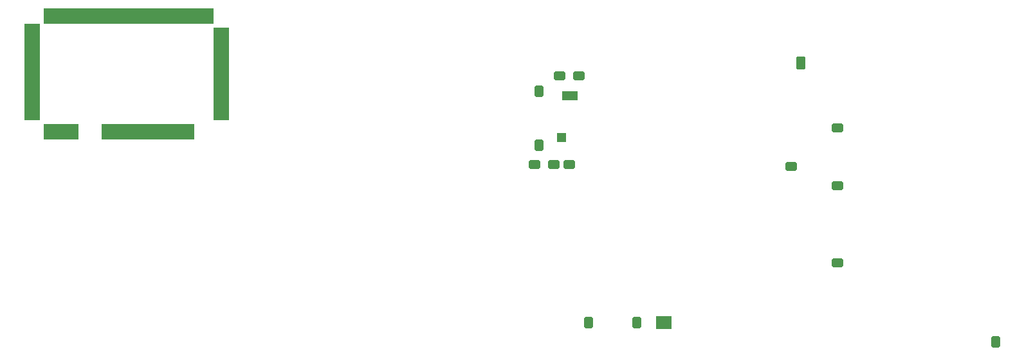
<source format=gbr>
%TF.GenerationSoftware,KiCad,Pcbnew,7.0.1*%
%TF.CreationDate,2023-03-16T09:25:58+01:00*%
%TF.ProjectId,Muons_SIPM_V2,4d756f6e-735f-4534-9950-4d5f56322e6b,rev?*%
%TF.SameCoordinates,PXc54b534PY8c10c98*%
%TF.FileFunction,Paste,Top*%
%TF.FilePolarity,Positive*%
%FSLAX46Y46*%
G04 Gerber Fmt 4.6, Leading zero omitted, Abs format (unit mm)*
G04 Created by KiCad (PCBNEW 7.0.1) date 2023-03-16 09:25:58*
%MOMM*%
%LPD*%
G01*
G04 APERTURE LIST*
G04 Aperture macros list*
%AMRoundRect*
0 Rectangle with rounded corners*
0 $1 Rounding radius*
0 $2 $3 $4 $5 $6 $7 $8 $9 X,Y pos of 4 corners*
0 Add a 4 corners polygon primitive as box body*
4,1,4,$2,$3,$4,$5,$6,$7,$8,$9,$2,$3,0*
0 Add four circle primitives for the rounded corners*
1,1,$1+$1,$2,$3*
1,1,$1+$1,$4,$5*
1,1,$1+$1,$6,$7*
1,1,$1+$1,$8,$9*
0 Add four rect primitives between the rounded corners*
20,1,$1+$1,$2,$3,$4,$5,0*
20,1,$1+$1,$4,$5,$6,$7,0*
20,1,$1+$1,$6,$7,$8,$9,0*
20,1,$1+$1,$8,$9,$2,$3,0*%
G04 Aperture macros list end*
%ADD10RoundRect,0.255319X-0.494681X0.344681X-0.494681X-0.344681X0.494681X-0.344681X0.494681X0.344681X0*%
%ADD11R,2.008000X12.700000*%
%ADD12R,22.352000X2.008000*%
%ADD13R,4.572000X2.032000*%
%ADD14R,12.192000X2.032000*%
%ADD15R,2.008000X12.192000*%
%ADD16R,2.000000X1.780000*%
%ADD17R,1.300000X1.300000*%
%ADD18R,2.000000X1.300000*%
%ADD19RoundRect,0.255319X0.344681X0.494681X-0.344681X0.494681X-0.344681X-0.494681X0.344681X-0.494681X0*%
%ADD20RoundRect,0.255319X-0.344681X-0.494681X0.344681X-0.494681X0.344681X0.494681X-0.344681X0.494681X0*%
%ADD21RoundRect,0.255319X0.344681X0.627681X-0.344681X0.627681X-0.344681X-0.627681X0.344681X-0.627681X0*%
%ADD22RoundRect,0.255319X0.494681X-0.344681X0.494681X0.344681X-0.494681X0.344681X-0.494681X-0.344681X0*%
G04 APERTURE END LIST*
D10*
%TO.C,R29*%
X-66929000Y89249275D03*
X-69469000Y89249275D03*
%TD*%
D11*
%TO.C,B1*%
X-135584004Y101454200D03*
D12*
X-122896004Y108832200D03*
D13*
X-131786004Y93580200D03*
D14*
X-120356004Y93580200D03*
D15*
X-110716004Y101200200D03*
%TD*%
D16*
%TO.C,U11*%
X-52451000Y68421275D03*
%TD*%
D10*
%TO.C,C26*%
X-35687001Y88995275D03*
%TD*%
D17*
%TO.C,RV4*%
X-65920000Y92805275D03*
D18*
X-64770000Y98305275D03*
%TD*%
D10*
%TO.C,R36*%
X-29591000Y86455275D03*
%TD*%
D19*
%TO.C,R32*%
X-56007000Y68421275D03*
%TD*%
D20*
%TO.C,R31*%
X-68834000Y91789274D03*
%TD*%
D21*
%TO.C,R34*%
X-34417000Y102608274D03*
%TD*%
D20*
%TO.C,C20*%
X-68834000Y98901276D03*
%TD*%
D22*
%TO.C,R30*%
X-66167000Y100933275D03*
X-63627000Y100933275D03*
%TD*%
D10*
%TO.C,R35*%
X-29591000Y94075275D03*
%TD*%
D22*
%TO.C,C19*%
X-64897000Y89249275D03*
%TD*%
D10*
%TO.C,R38*%
X-29591000Y76295275D03*
%TD*%
D19*
%TO.C,R37*%
X-8763000Y65881276D03*
%TD*%
D20*
%TO.C,R28*%
X-62357000Y68421275D03*
%TD*%
M02*

</source>
